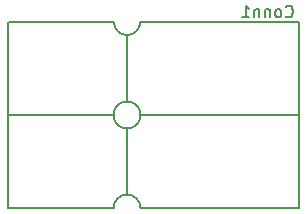
<source format=gbo>
G04 #@! TF.GenerationSoftware,KiCad,Pcbnew,(6.0.10)*
G04 #@! TF.CreationDate,2023-03-12T23:34:18-05:00*
G04 #@! TF.ProjectId,ReverseVoltageProtection_Breakout,52657665-7273-4655-966f-6c7461676550,rev?*
G04 #@! TF.SameCoordinates,Original*
G04 #@! TF.FileFunction,Legend,Bot*
G04 #@! TF.FilePolarity,Positive*
%FSLAX46Y46*%
G04 Gerber Fmt 4.6, Leading zero omitted, Abs format (unit mm)*
G04 Created by KiCad (PCBNEW (6.0.10)) date 2023-03-12 23:34:18*
%MOMM*%
%LPD*%
G01*
G04 APERTURE LIST*
%ADD10C,0.150000*%
%ADD11O,3.000000X5.100000*%
G04 APERTURE END LIST*
D10*
X82780209Y-105259142D02*
X82827828Y-105306761D01*
X82970685Y-105354380D01*
X83065923Y-105354380D01*
X83208780Y-105306761D01*
X83304019Y-105211523D01*
X83351638Y-105116285D01*
X83399257Y-104925809D01*
X83399257Y-104782952D01*
X83351638Y-104592476D01*
X83304019Y-104497238D01*
X83208780Y-104402000D01*
X83065923Y-104354380D01*
X82970685Y-104354380D01*
X82827828Y-104402000D01*
X82780209Y-104449619D01*
X82208780Y-105354380D02*
X82304019Y-105306761D01*
X82351638Y-105259142D01*
X82399257Y-105163904D01*
X82399257Y-104878190D01*
X82351638Y-104782952D01*
X82304019Y-104735333D01*
X82208780Y-104687714D01*
X82065923Y-104687714D01*
X81970685Y-104735333D01*
X81923066Y-104782952D01*
X81875447Y-104878190D01*
X81875447Y-105163904D01*
X81923066Y-105259142D01*
X81970685Y-105306761D01*
X82065923Y-105354380D01*
X82208780Y-105354380D01*
X81446876Y-104687714D02*
X81446876Y-105354380D01*
X81446876Y-104782952D02*
X81399257Y-104735333D01*
X81304019Y-104687714D01*
X81161161Y-104687714D01*
X81065923Y-104735333D01*
X81018304Y-104830571D01*
X81018304Y-105354380D01*
X80542114Y-104687714D02*
X80542114Y-105354380D01*
X80542114Y-104782952D02*
X80494495Y-104735333D01*
X80399257Y-104687714D01*
X80256400Y-104687714D01*
X80161161Y-104735333D01*
X80113542Y-104830571D01*
X80113542Y-105354380D01*
X79113542Y-105354380D02*
X79684971Y-105354380D01*
X79399257Y-105354380D02*
X79399257Y-104354380D01*
X79494495Y-104497238D01*
X79589733Y-104592476D01*
X79684971Y-104640095D01*
X69342000Y-120354000D02*
G75*
G03*
X68199000Y-121497000I0J-1143000D01*
G01*
X69342000Y-106866600D02*
G75*
G03*
X70459600Y-105749000I0J1117600D01*
G01*
X68224400Y-105749000D02*
G75*
G03*
X69342000Y-106866600I1117600J0D01*
G01*
X70485000Y-121497000D02*
G75*
G03*
X69342000Y-120354000I-1143000J0D01*
G01*
X59309000Y-121497000D02*
X67056000Y-121497000D01*
X67056000Y-105749000D02*
X59309000Y-105749000D01*
X71628000Y-121497000D02*
X83921600Y-121497000D01*
X70485000Y-113623000D02*
G75*
G03*
X70485000Y-113623000I-1143000J0D01*
G01*
X71628000Y-105749000D02*
X83921600Y-105749000D01*
X69342000Y-115909000D02*
X69342000Y-119185600D01*
X71628000Y-113623000D02*
X83921600Y-113623000D01*
X69342000Y-111337000D02*
X69342000Y-108035000D01*
X68199000Y-121497000D02*
X66979800Y-121497000D01*
X59309000Y-113648400D02*
X68199000Y-113648400D01*
X71602600Y-121497000D02*
X70510400Y-121497000D01*
X71653400Y-105749000D02*
X70459600Y-105749000D01*
X69342000Y-115909000D02*
X69342000Y-114766000D01*
X83921600Y-121497000D02*
X83921600Y-105749000D01*
X67030600Y-105749000D02*
X68199000Y-105749000D01*
X69342000Y-111337000D02*
X69342000Y-112480000D01*
X69342000Y-108060400D02*
X69342000Y-106892000D01*
X69342000Y-120354000D02*
X69342000Y-119185600D01*
X59283600Y-121497000D02*
X59283600Y-105749000D01*
X71628000Y-113623000D02*
X70485000Y-113623000D01*
%LPC*%
D11*
X114554000Y-117560000D03*
X114554000Y-109686000D03*
X87503000Y-117560000D03*
X87503000Y-109686000D03*
M02*

</source>
